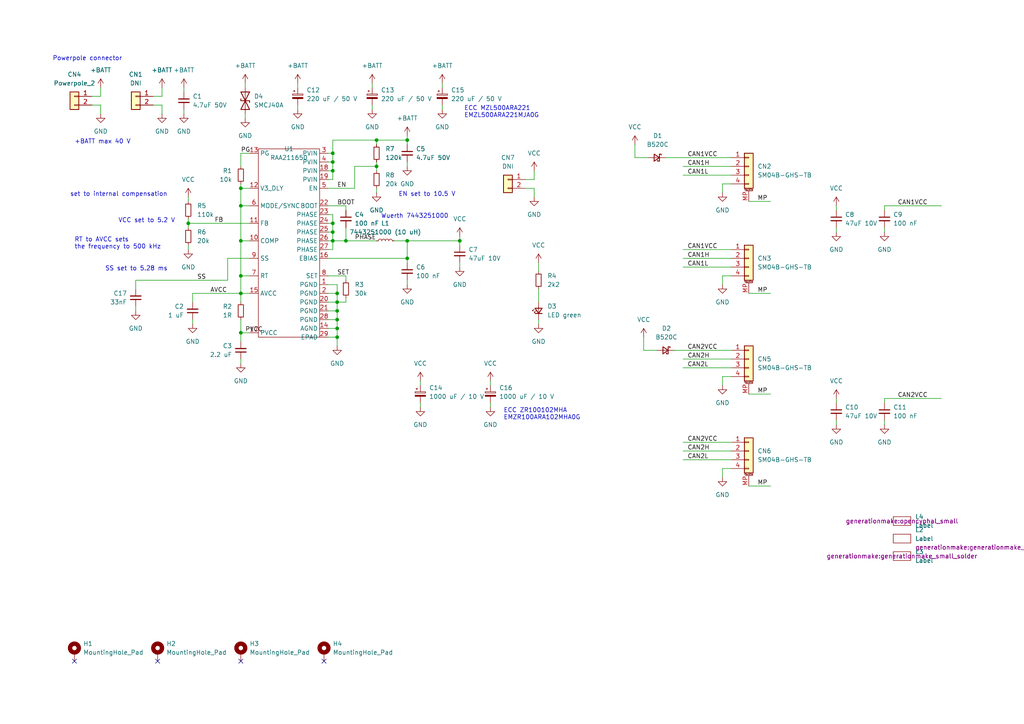
<source format=kicad_sch>
(kicad_sch (version 20211123) (generator eeschema)
  (paper "A4")
  (title_block (title "CAN-Power-Injector") (date "2023-05-01") (rev "0.1.1") (company "107-systems"))
  (lib_symbols
    (symbol "Connector_Generic:Conn_01x02" (pin_names (offset 1.016) hide)
      (property "Reference" "J" (at 0 2.54 0))
      (property "Value" "Conn_01x02" (at 0 -5.08 0))
      (symbol "Conn_01x02_1_1"
        (rectangle (start -1.27 -2.413) (end 0 -2.667) (stroke (width 0.1524)))
        (rectangle (start -1.27 0.127) (end 0 -0.127) (stroke (width 0.1524)))
        (rectangle (start -1.27 1.27) (end 1.27 -3.81) (stroke (width 0.254)) (fill (type background)))
        (pin passive line (at -5.08 0 0) (length 3.81) (name "Pin_1") (number "1"))
        (pin passive line (at -5.08 -2.54 0) (length 3.81) (name "Pin_2") (number "2"))
      )
    )
    (symbol "Connector_Generic_MountingPin:Conn_01x04_MountingPin" (pin_names (offset 1.016) hide)
      (property "Reference" "J" (at 0 5.08 0))
      (property "Value" "Conn_01x04_MountingPin" (at 1.27 -7.62 0))
      (symbol "Conn_01x04_MountingPin_1_1"
        (rectangle (start -1.27 -4.953) (end 0 -5.207) (stroke (width 0.1524)))
        (rectangle (start -1.27 -2.413) (end 0 -2.667) (stroke (width 0.1524)))
        (rectangle (start -1.27 0.127) (end 0 -0.127) (stroke (width 0.1524)))
        (rectangle (start -1.27 2.667) (end 0 2.413) (stroke (width 0.1524)))
        (rectangle (start -1.27 3.81) (end 1.27 -6.35) (stroke (width 0.254)) (fill (type background)))
        (polyline (pts (xy -1.016 -7.112) (xy 1.016 -7.112)) (stroke (width 0.1524)))
        (text "Mounting" (at 0 -6.731 0) (effects (font (size 0.381 0.381))))
        (pin passive line (at -5.08 2.54 0) (length 3.81) (name "Pin_1") (number "1"))
        (pin passive line (at -5.08 0 0) (length 3.81) (name "Pin_2") (number "2"))
        (pin passive line (at -5.08 -2.54 0) (length 3.81) (name "Pin_3") (number "3"))
        (pin passive line (at -5.08 -5.08 0) (length 3.81) (name "Pin_4") (number "4"))
        (pin passive line (at 0 -10.16 90) (length 3.048) (name "MountPin") (number "MP"))
      )
    )
    (symbol "Device:C_Polarized_Small" (pin_numbers hide) (pin_names (offset 0.254) hide)
      (property "Reference" "C" (at 0.254 1.778 0))
      (property "Value" "C_Polarized_Small" (at 0.254 -2.032 0))
      (symbol "C_Polarized_Small_0_1"
        (rectangle (start -1.524 -0.3048) (end 1.524 -0.6858) (fill (type outline)))
        (rectangle (start -1.524 0.6858) (end 1.524 0.3048))
        (polyline (pts (xy -1.27 1.524) (xy -0.762 1.524)))
        (polyline (pts (xy -1.016 1.27) (xy -1.016 1.778)))
      )
      (symbol "C_Polarized_Small_1_1"
        (pin passive line (at 0 2.54 270) (length 1.8542) (name "~") (number "1"))
        (pin passive line (at 0 -2.54 90) (length 1.8542) (name "~") (number "2"))
      )
    )
    (symbol "Device:C_Small" (pin_numbers hide) (pin_names (offset 0.254) hide)
      (property "Reference" "C" (at 0.254 1.778 0))
      (property "Value" "C_Small" (at 0.254 -2.032 0))
      (symbol "C_Small_0_1"
        (polyline (pts (xy -1.524 -0.508) (xy 1.524 -0.508)) (stroke (width 0.3302)))
        (polyline (pts (xy -1.524 0.508) (xy 1.524 0.508)) (stroke (width 0.3048)))
      )
      (symbol "C_Small_1_1"
        (pin passive line (at 0 2.54 270) (length 2.032) (name "~") (number "1"))
        (pin passive line (at 0 -2.54 90) (length 2.032) (name "~") (number "2"))
      )
    )
    (symbol "Device:D_Schottky_Small" (pin_numbers hide) (pin_names (offset 0.254) hide)
      (property "Reference" "D" (at -1.27 2.032 0))
      (property "Value" "D_Schottky_Small" (at -7.112 -2.032 0))
      (symbol "D_Schottky_Small_0_1"
        (polyline (pts (xy -0.762 0) (xy 0.762 0)))
        (polyline (pts (xy 0.762 -1.016) (xy -0.762 0) (xy 0.762 1.016) (xy 0.762 -1.016)) (stroke (width 0.254)))
        (polyline (pts (xy -1.27 0.762) (xy -1.27 1.016) (xy -0.762 1.016) (xy -0.762 -1.016) (xy -0.254 -1.016) (xy -0.254 -0.762)) (stroke (width 0.254)))
      )
      (symbol "D_Schottky_Small_1_1"
        (pin passive line (at -2.54 0 0) (length 1.778) (name "K") (number "1"))
        (pin passive line (at 2.54 0 180) (length 1.778) (name "A") (number "2"))
      )
    )
    (symbol "Device:D_TVS" (pin_numbers hide) (pin_names (offset 1.016) hide)
      (property "Reference" "D" (at 0 2.54 0))
      (property "Value" "D_TVS" (at 0 -2.54 0))
      (symbol "D_TVS_0_1"
        (polyline (pts (xy 1.27 0) (xy -1.27 0)))
        (polyline (pts (xy 0.508 1.27) (xy 0 1.27) (xy 0 -1.27) (xy -0.508 -1.27)) (stroke (width 0.254)))
        (polyline (pts (xy -2.54 1.27) (xy -2.54 -1.27) (xy 2.54 1.27) (xy 2.54 -1.27) (xy -2.54 1.27)) (stroke (width 0.254)))
      )
      (symbol "D_TVS_1_1"
        (pin passive line (at -3.81 0 0) (length 2.54) (name "A1") (number "1"))
        (pin passive line (at 3.81 0 180) (length 2.54) (name "A2") (number "2"))
      )
    )
    (symbol "Device:LED_Small" (pin_numbers hide) (pin_names (offset 0.254) hide)
      (property "Reference" "D" (at -1.27 3.175 0))
      (property "Value" "LED_Small" (at -4.445 -2.54 0))
      (symbol "LED_Small_0_1"
        (polyline (pts (xy -0.762 -1.016) (xy -0.762 1.016)) (stroke (width 0.254)))
        (polyline (pts (xy 1.016 0) (xy -0.762 0)))
        (polyline (pts (xy 0.762 -1.016) (xy -0.762 0) (xy 0.762 1.016) (xy 0.762 -1.016)) (stroke (width 0.254)))
        (polyline (pts (xy 0 0.762) (xy -0.508 1.27) (xy -0.254 1.27) (xy -0.508 1.27) (xy -0.508 1.016)))
        (polyline (pts (xy 0.508 1.27) (xy 0 1.778) (xy 0.254 1.778) (xy 0 1.778) (xy 0 1.524)))
      )
      (symbol "LED_Small_1_1"
        (pin passive line (at -2.54 0 0) (length 1.778) (name "K") (number "1"))
        (pin passive line (at 2.54 0 180) (length 1.778) (name "A") (number "2"))
      )
    )
    (symbol "Device:L_Small" (pin_numbers hide) (pin_names (offset 0.254) hide)
      (property "Reference" "L" (at 0.762 1.016 0))
      (property "Value" "L_Small" (at 0.762 -1.016 0))
      (symbol "L_Small_0_1"
        (arc (start 0 -2.032) (mid 0.508 -1.524) (end 0 -1.016))
        (arc (start 0 -1.016) (mid 0.508 -0.508) (end 0 0))
        (arc (start 0 0) (mid 0.508 0.508) (end 0 1.016))
        (arc (start 0 1.016) (mid 0.508 1.524) (end 0 2.032))
      )
      (symbol "L_Small_1_1"
        (pin passive line (at 0 2.54 270) (length 0.508) (name "~") (number "1"))
        (pin passive line (at 0 -2.54 90) (length 0.508) (name "~") (number "2"))
      )
    )
    (symbol "Device:R_Small" (pin_numbers hide) (pin_names (offset 0.254) hide)
      (property "Reference" "R" (at 0.762 0.508 0))
      (property "Value" "R_Small" (at 0.762 -1.016 0))
      (symbol "R_Small_0_1"
        (rectangle (start -0.762 1.778) (end 0.762 -1.778) (stroke (width 0.2032)))
      )
      (symbol "R_Small_1_1"
        (pin passive line (at 0 2.54 270) (length 0.762) (name "~") (number "1"))
        (pin passive line (at 0 -2.54 90) (length 0.762) (name "~") (number "2"))
      )
    )
    (symbol "Mechanical:MountingHole_Pad" (pin_numbers hide) (pin_names (offset 1.016) hide)
      (property "Reference" "H" (at 0 6.35 0))
      (property "Value" "MountingHole_Pad" (at 0 4.445 0))
      (symbol "MountingHole_Pad_0_1"
        (circle (center 0 1.27) (radius 1.27) (stroke (width 1.27)))
      )
      (symbol "MountingHole_Pad_1_1"
        (pin input line (at 0 -2.54 90) (length 2.54) (name "1") (number "1"))
      )
    )
    (symbol "generationmake:Label"
      (property "Reference" "L" (at 0 0 0))
      (property "Value" "Label" (at 0 0 0))
      (symbol "Label_0_1"
        (rectangle (start -2.54 1.27) (end 2.54 -1.27))
      )
    )
    (symbol "generationmake:RAA211650"
      (property "Reference" "U" (at 0 30.48 0))
      (property "Value" "RAA211650" (at 0 -26.67 0))
      (symbol "RAA211650_0_1"
        (rectangle (start -8.89 29.21) (end 8.89 -25.4))
      )
      (symbol "RAA211650_1_1"
        (pin input line (at 11.43 -10.16 180) (length 2.54) (name "PGND") (number "1"))
        (pin input line (at -11.43 2.54 0) (length 2.54) (name "COMP") (number "10"))
        (pin input line (at -11.43 7.62 0) (length 2.54) (name "FB") (number "11"))
        (pin input line (at -11.43 17.78 0) (length 2.54) (name "V3_DLY") (number "12"))
        (pin input line (at -11.43 27.94 0) (length 2.54) (name "PG") (number "13"))
        (pin input line (at 11.43 -22.86 180) (length 2.54) (name "AGND") (number "14"))
        (pin input line (at -11.43 -12.7 0) (length 2.54) (name "AVCC") (number "15"))
        (pin input line (at 11.43 -2.54 180) (length 2.54) (name "EBIAS") (number "16"))
        (pin input line (at -11.43 -24.13 0) (length 2.54) (name "PVCC") (number "17"))
        (pin input line (at 11.43 22.86 180) (length 2.54) (name "PVIN") (number "18"))
        (pin input line (at 11.43 20.32 180) (length 2.54) (name "PVIN") (number "19"))
        (pin input line (at 11.43 -12.7 180) (length 2.54) (name "PGND") (number "2"))
        (pin input line (at 11.43 -15.24 180) (length 2.54) (name "PGND") (number "20"))
        (pin input line (at 11.43 -17.78 180) (length 2.54) (name "PGND") (number "21"))
        (pin input line (at 11.43 12.7 180) (length 2.54) (name "BOOT") (number "22"))
        (pin input line (at 11.43 10.16 180) (length 2.54) (name "PHASE") (number "23"))
        (pin input line (at 11.43 7.62 180) (length 2.54) (name "PHASE") (number "24"))
        (pin input line (at 11.43 5.08 180) (length 2.54) (name "PHASE") (number "25"))
        (pin input line (at 11.43 2.54 180) (length 2.54) (name "PHASE") (number "26"))
        (pin input line (at 11.43 0 180) (length 2.54) (name "PHASE") (number "27"))
        (pin input line (at 11.43 -20.32 180) (length 2.54) (name "PGND") (number "28"))
        (pin input line (at 11.43 -25.4 180) (length 2.54) (name "EPAD") (number "29"))
        (pin input line (at 11.43 27.94 180) (length 2.54) (name "PVIN") (number "3"))
        (pin input line (at 11.43 25.4 180) (length 2.54) (name "PVIN") (number "4"))
        (pin input line (at 11.43 17.78 180) (length 2.54) (name "EN") (number "5"))
        (pin input line (at -11.43 12.7 0) (length 2.54) (name "MODE/SYNC") (number "6"))
        (pin input line (at -11.43 -7.62 0) (length 2.54) (name "RT") (number "7"))
        (pin input line (at 11.43 -7.62 180) (length 2.54) (name "SET") (number "8"))
        (pin input line (at -11.43 -2.54 0) (length 2.54) (name "SS") (number "9"))
      )
    )
    (symbol "power:+BATT" (power) (pin_names (offset 0))
      (property "Value" "+BATT" (at 0 3.556 0))
      (symbol "+BATT_0_1"
        (polyline (pts (xy -0.762 1.27) (xy 0 2.54)))
        (polyline (pts (xy 0 0) (xy 0 2.54)))
        (polyline (pts (xy 0 2.54) (xy 0.762 1.27)))
      )
      (symbol "+BATT_1_1"
        (pin power_in line (at 0 0 90) (length 0) hide (name "+BATT") (number "1"))
      )
    )
    (symbol "power:GND" (power) (pin_names (offset 0))
      (property "Value" "GND" (at 0 -3.81 0))
      (symbol "GND_0_1"
        (polyline (pts (xy 0 0) (xy 0 -1.27) (xy 1.27 -1.27) (xy 0 -2.54) (xy -1.27 -1.27) (xy 0 -1.27)))
      )
      (symbol "GND_1_1"
        (pin power_in line (at 0 0 270) (length 0) hide (name "GND") (number "1"))
      )
    )
    (symbol "power:VCC" (power) (pin_names (offset 0))
      (property "Value" "VCC" (at 0 3.81 0))
      (symbol "VCC_0_1"
        (polyline (pts (xy -0.762 1.27) (xy 0 2.54)))
        (polyline (pts (xy 0 0) (xy 0 2.54)))
        (polyline (pts (xy 0 2.54) (xy 0.762 1.27)))
      )
      (symbol "VCC_1_1"
        (pin power_in line (at 0 0 90) (length 0) hide (name "VCC") (number "1"))
      )
    )
  )
  (junction (at 96.52 49.53))
  (junction (at 69.85 80.01))
  (junction (at 118.11 40.64))
  (junction (at 97.79 90.17))
  (junction (at 118.11 69.85))
  (junction (at 109.22 40.64))
  (junction (at 100.33 69.85))
  (junction (at 96.52 44.45))
  (junction (at 96.52 64.77))
  (junction (at 97.79 87.63))
  (junction (at 96.52 67.31))
  (junction (at 133.35 69.85))
  (junction (at 97.79 95.25))
  (junction (at 69.85 59.69))
  (junction (at 118.11 74.93))
  (junction (at 97.79 85.09))
  (junction (at 97.79 92.71))
  (junction (at 97.79 97.79))
  (junction (at 96.52 46.99))
  (junction (at 69.85 69.85))
  (junction (at 54.61 64.77))
  (junction (at 109.22 48.26))
  (junction (at 69.85 54.61))
  (junction (at 69.85 85.09))
  (junction (at 69.85 96.52))
  (junction (at 96.52 69.85))
  (no_connect (at 93.98 191.77))
  (no_connect (at 45.72 191.77))
  (no_connect (at 21.59 191.77))
  (no_connect (at 69.85 191.77))
  (wire (pts (xy 95.25 74.93) (xy 118.11 74.93)))
  (wire (pts (xy 97.79 92.71) (xy 97.79 95.25)))
  (wire (pts (xy 217.17 58.42) (xy 223.52 58.42)))
  (wire (pts (xy 186.69 101.6) (xy 186.69 97.79)))
  (wire (pts (xy 242.57 121.92) (xy 242.57 123.19)))
  (wire (pts (xy 198.12 128.27) (xy 212.09 128.27)))
  (wire (pts (xy 154.94 54.61) (xy 154.94 57.15)))
  (wire (pts (xy 69.85 85.09) (xy 69.85 87.63)))
  (wire (pts (xy 133.35 76.2) (xy 133.35 77.47)))
  (wire (pts (xy 142.24 110.49) (xy 142.24 111.76)))
  (wire (pts (xy 96.52 62.23) (xy 96.52 64.77)))
  (wire (pts (xy 133.35 68.58) (xy 133.35 69.85)))
  (wire (pts (xy 96.52 40.64) (xy 109.22 40.64)))
  (wire (pts (xy 209.55 53.34) (xy 209.55 55.88)))
  (wire (pts (xy 44.45 27.94) (xy 46.99 27.94)))
  (wire (pts (xy 29.21 27.94) (xy 29.21 25.4)))
  (wire (pts (xy 109.22 54.61) (xy 109.22 55.88)))
  (wire (pts (xy 198.12 130.81) (xy 212.09 130.81)))
  (wire (pts (xy 66.04 74.93) (xy 66.04 81.28)))
  (wire (pts (xy 95.25 62.23) (xy 96.52 62.23)))
  (wire (pts (xy 100.33 66.04) (xy 100.33 69.85)))
  (wire (pts (xy 97.79 85.09) (xy 97.79 87.63)))
  (wire (pts (xy 256.54 59.69) (xy 256.54 60.96)))
  (wire (pts (xy 198.12 133.35) (xy 212.09 133.35)))
  (wire (pts (xy 217.17 114.3) (xy 223.52 114.3)))
  (wire (pts (xy 121.92 110.49) (xy 121.92 111.76)))
  (wire (pts (xy 198.12 106.68) (xy 212.09 106.68)))
  (wire (pts (xy 195.58 101.6) (xy 212.09 101.6)))
  (wire (pts (xy 46.99 27.94) (xy 46.99 25.4)))
  (wire (pts (xy 109.22 46.99) (xy 109.22 48.26)))
  (wire (pts (xy 256.54 115.57) (xy 256.54 116.84)))
  (wire (pts (xy 209.55 80.01) (xy 209.55 82.55)))
  (wire (pts (xy 95.25 54.61) (xy 102.87 54.61)))
  (wire (pts (xy 69.85 96.52) (xy 69.85 99.06)))
  (wire (pts (xy 212.09 80.01) (xy 209.55 80.01)))
  (wire (pts (xy 69.85 54.61) (xy 69.85 59.69)))
  (wire (pts (xy 133.35 69.85) (xy 133.35 71.12)))
  (wire (pts (xy 96.52 69.85) (xy 100.33 69.85)))
  (wire (pts (xy 55.88 87.63) (xy 55.88 85.09)))
  (wire (pts (xy 109.22 48.26) (xy 109.22 49.53)))
  (wire (pts (xy 95.25 44.45) (xy 96.52 44.45)))
  (wire (pts (xy 95.25 72.39) (xy 96.52 72.39)))
  (wire (pts (xy 118.11 40.64) (xy 118.11 41.91)))
  (wire (pts (xy 198.12 50.8) (xy 212.09 50.8)))
  (wire (pts (xy 69.85 44.45) (xy 69.85 48.26)))
  (wire (pts (xy 118.11 46.99) (xy 118.11 48.26)))
  (wire (pts (xy 69.85 54.61) (xy 72.39 54.61)))
  (wire (pts (xy 118.11 69.85) (xy 118.11 74.93)))
  (wire (pts (xy 95.25 95.25) (xy 97.79 95.25)))
  (wire (pts (xy 212.09 53.34) (xy 209.55 53.34)))
  (wire (pts (xy 97.79 97.79) (xy 97.79 100.33)))
  (wire (pts (xy 69.85 59.69) (xy 69.85 69.85)))
  (wire (pts (xy 97.79 87.63) (xy 97.79 90.17)))
  (wire (pts (xy 86.36 24.13) (xy 86.36 25.4)))
  (wire (pts (xy 95.25 90.17) (xy 97.79 90.17)))
  (wire (pts (xy 86.36 30.48) (xy 86.36 31.75)))
  (wire (pts (xy 95.25 87.63) (xy 97.79 87.63)))
  (wire (pts (xy 69.85 69.85) (xy 69.85 80.01)))
  (wire (pts (xy 209.55 109.22) (xy 209.55 111.76)))
  (wire (pts (xy 97.79 95.25) (xy 97.79 97.79)))
  (wire (pts (xy 54.61 57.15) (xy 54.61 58.42)))
  (wire (pts (xy 97.79 90.17) (xy 97.79 92.71)))
  (wire (pts (xy 256.54 66.04) (xy 256.54 67.31)))
  (wire (pts (xy 66.04 81.28) (xy 39.37 81.28)))
  (wire (pts (xy 242.57 59.69) (xy 242.57 60.96)))
  (wire (pts (xy 95.25 80.01) (xy 100.33 80.01)))
  (wire (pts (xy 142.24 116.84) (xy 142.24 118.11)))
  (wire (pts (xy 100.33 59.69) (xy 100.33 60.96)))
  (wire (pts (xy 193.04 45.72) (xy 212.09 45.72)))
  (wire (pts (xy 107.95 24.13) (xy 107.95 25.4)))
  (wire (pts (xy 187.96 45.72) (xy 184.15 45.72)))
  (wire (pts (xy 95.25 64.77) (xy 96.52 64.77)))
  (wire (pts (xy 198.12 104.14) (xy 212.09 104.14)))
  (wire (pts (xy 69.85 96.52) (xy 72.39 96.52)))
  (wire (pts (xy 114.3 69.85) (xy 118.11 69.85)))
  (wire (pts (xy 69.85 104.14) (xy 69.85 105.41)))
  (wire (pts (xy 217.17 140.97) (xy 223.52 140.97)))
  (wire (pts (xy 184.15 45.72) (xy 184.15 41.91)))
  (wire (pts (xy 256.54 59.69) (xy 273.05 59.69)))
  (wire (pts (xy 39.37 83.82) (xy 39.37 81.28)))
  (wire (pts (xy 69.85 85.09) (xy 72.39 85.09)))
  (wire (pts (xy 100.33 69.85) (xy 109.22 69.85)))
  (wire (pts (xy 256.54 121.92) (xy 256.54 123.19)))
  (wire (pts (xy 217.17 85.09) (xy 223.52 85.09)))
  (wire (pts (xy 242.57 66.04) (xy 242.57 67.31)))
  (wire (pts (xy 54.61 64.77) (xy 54.61 66.04)))
  (wire (pts (xy 69.85 80.01) (xy 72.39 80.01)))
  (wire (pts (xy 26.67 30.48) (xy 29.21 30.48)))
  (wire (pts (xy 96.52 64.77) (xy 96.52 67.31)))
  (wire (pts (xy 55.88 85.09) (xy 69.85 85.09)))
  (wire (pts (xy 96.52 46.99) (xy 96.52 49.53)))
  (wire (pts (xy 198.12 77.47) (xy 212.09 77.47)))
  (wire (pts (xy 46.99 30.48) (xy 46.99 33.02)))
  (wire (pts (xy 107.95 30.48) (xy 107.95 31.75)))
  (wire (pts (xy 100.33 80.01) (xy 100.33 81.28)))
  (wire (pts (xy 72.39 44.45) (xy 69.85 44.45)))
  (wire (pts (xy 118.11 81.28) (xy 118.11 82.55)))
  (wire (pts (xy 95.25 97.79) (xy 97.79 97.79)))
  (wire (pts (xy 69.85 92.71) (xy 69.85 96.52)))
  (wire (pts (xy 69.85 53.34) (xy 69.85 54.61)))
  (wire (pts (xy 95.25 59.69) (xy 100.33 59.69)))
  (wire (pts (xy 100.33 87.63) (xy 97.79 87.63)))
  (wire (pts (xy 69.85 80.01) (xy 69.85 85.09)))
  (wire (pts (xy 256.54 115.57) (xy 273.05 115.57)))
  (wire (pts (xy 118.11 74.93) (xy 118.11 76.2)))
  (wire (pts (xy 156.21 83.82) (xy 156.21 87.63)))
  (wire (pts (xy 69.85 59.69) (xy 72.39 59.69)))
  (wire (pts (xy 71.12 33.02) (xy 71.12 34.29)))
  (wire (pts (xy 242.57 115.57) (xy 242.57 116.84)))
  (wire (pts (xy 71.12 24.13) (xy 71.12 25.4)))
  (wire (pts (xy 54.61 63.5) (xy 54.61 64.77)))
  (wire (pts (xy 100.33 86.36) (xy 100.33 87.63)))
  (wire (pts (xy 95.25 67.31) (xy 96.52 67.31)))
  (wire (pts (xy 212.09 109.22) (xy 209.55 109.22)))
  (wire (pts (xy 198.12 72.39) (xy 212.09 72.39)))
  (wire (pts (xy 212.09 135.89) (xy 209.55 135.89)))
  (wire (pts (xy 118.11 69.85) (xy 133.35 69.85)))
  (wire (pts (xy 69.85 69.85) (xy 72.39 69.85)))
  (wire (pts (xy 54.61 64.77) (xy 72.39 64.77)))
  (wire (pts (xy 198.12 74.93) (xy 212.09 74.93)))
  (wire (pts (xy 72.39 74.93) (xy 66.04 74.93)))
  (wire (pts (xy 95.25 46.99) (xy 96.52 46.99)))
  (wire (pts (xy 152.4 52.07) (xy 154.94 52.07)))
  (wire (pts (xy 29.21 30.48) (xy 29.21 33.02)))
  (wire (pts (xy 95.25 92.71) (xy 97.79 92.71)))
  (wire (pts (xy 156.21 92.71) (xy 156.21 93.98)))
  (wire (pts (xy 96.52 52.07) (xy 96.52 49.53)))
  (wire (pts (xy 95.25 69.85) (xy 96.52 69.85)))
  (wire (pts (xy 54.61 71.12) (xy 54.61 72.39)))
  (wire (pts (xy 96.52 44.45) (xy 96.52 40.64)))
  (wire (pts (xy 96.52 67.31) (xy 96.52 69.85)))
  (wire (pts (xy 53.34 31.75) (xy 53.34 33.02)))
  (wire (pts (xy 118.11 39.37) (xy 118.11 40.64)))
  (wire (pts (xy 128.27 30.48) (xy 128.27 31.75)))
  (wire (pts (xy 109.22 40.64) (xy 109.22 41.91)))
  (wire (pts (xy 44.45 30.48) (xy 46.99 30.48)))
  (wire (pts (xy 26.67 27.94) (xy 29.21 27.94)))
  (wire (pts (xy 102.87 54.61) (xy 102.87 48.26)))
  (wire (pts (xy 95.25 49.53) (xy 96.52 49.53)))
  (wire (pts (xy 109.22 40.64) (xy 118.11 40.64)))
  (wire (pts (xy 209.55 135.89) (xy 209.55 138.43)))
  (wire (pts (xy 55.88 92.71) (xy 55.88 93.98)))
  (wire (pts (xy 102.87 48.26) (xy 109.22 48.26)))
  (wire (pts (xy 95.25 52.07) (xy 96.52 52.07)))
  (wire (pts (xy 96.52 69.85) (xy 96.52 72.39)))
  (wire (pts (xy 96.52 44.45) (xy 96.52 46.99)))
  (wire (pts (xy 39.37 88.9) (xy 39.37 90.17)))
  (wire (pts (xy 53.34 25.4) (xy 53.34 26.67)))
  (wire (pts (xy 121.92 116.84) (xy 121.92 118.11)))
  (wire (pts (xy 97.79 82.55) (xy 97.79 85.09)))
  (wire (pts (xy 198.12 48.26) (xy 212.09 48.26)))
  (wire (pts (xy 128.27 24.13) (xy 128.27 25.4)))
  (wire (pts (xy 156.21 76.2) (xy 156.21 78.74)))
  (wire (pts (xy 152.4 54.61) (xy 154.94 54.61)))
  (wire (pts (xy 190.5 101.6) (xy 186.69 101.6)))
  (wire (pts (xy 95.25 82.55) (xy 97.79 82.55)))
  (wire (pts (xy 154.94 52.07) (xy 154.94 49.53)))
  (wire (pts (xy 95.25 85.09) (xy 97.79 85.09)))
  (text "Wuerth 7443251000" (at 110.49 63.5 0) (effects (font (size 1.27 1.27)) (justify left bottom)))
  (text "EN set to 10.5 V" (at 115.57 57.15 0) (effects (font (size 1.27 1.27)) (justify left bottom)))
  (text "+BATT max 40 V" (at 21.59 41.91 0) (effects (font (size 1.27 1.27)) (justify left bottom)))
  (text "ECC ZR100102MHA\nEMZR100ARA102MHA0G" (at 146.05 121.92 0) (effects (font (size 1.27 1.27)) (justify left bottom)))
  (text "set to internal compensation" (at 20.32 57.15 0) (effects (font (size 1.27 1.27)) (justify left bottom)))
  (text "ECC MZL500ARA221\nEMZL500ARA221MJA0G" (at 134.62 34.29 0) (effects (font (size 1.27 1.27)) (justify left bottom)))
  (text "RT to AVCC sets \nthe frequency to 500 kHz" (at 21.59 72.39 0) (effects (font (size 1.27 1.27)) (justify left bottom)))
  (text "VCC set to 5.2 V" (at 34.29 64.77 0) (effects (font (size 1.27 1.27)) (justify left bottom)))
  (text "Powerpole connector" (at 15.24 17.78 0) (effects (font (size 1.27 1.27)) (justify left bottom)))
  (text "SS set to 5.28 ms" (at 30.48 78.74 0) (effects (font (size 1.27 1.27)) (justify left bottom)))
  (label "CAN1H" (at 199.39 74.93 0))
  (label "CAN1L" (at 199.39 77.47 0))
  (label "PVCC" (at 71.12 96.52 0))
  (label "CAN2VCC" (at 199.39 101.6 0))
  (label "CAN2L" (at 199.39 133.35 0))
  (label "FB" (at 62.23 64.77 0))
  (label "PHASE" (at 102.87 69.85 0))
  (label "SET" (at 97.79 80.01 0))
  (label "CAN1L" (at 199.39 50.8 0))
  (label "CAN2VCC" (at 199.39 128.27 0))
  (label "MP" (at 219.71 114.3 0))
  (label "MP" (at 219.71 140.97 0))
  (label "MP" (at 219.71 85.09 0))
  (label "CAN1VCC" (at 199.39 72.39 0))
  (label "CAN1H" (at 199.39 48.26 0))
  (label "EN" (at 97.79 54.61 0))
  (label "AVCC" (at 60.96 85.09 0))
  (label "PG" (at 69.85 44.45 0))
  (label "CAN2VCC" (at 260.35 115.57 0))
  (label "CAN2H" (at 199.39 130.81 0))
  (label "CAN2L" (at 199.39 106.68 0))
  (label "BOOT" (at 97.79 59.69 0))
  (label "SS" (at 57.15 81.28 0))
  (label "CAN1VCC" (at 199.39 45.72 0))
  (label "CAN2H" (at 199.39 104.14 0))
  (label "MP" (at 219.71 58.42 0))
  (label "CAN1VCC" (at 260.35 59.69 0))
  (symbol (lib_id "Device:C_Small") (at 55.88 90.17 0) (mirror x) (unit 1)
    (property "Reference" "C2" (at 53.34 88.8935 0) (effects (justify right)))
    (property "Value" "1 uF" (at 53.34 91.4335 0) (effects (justify right)))
    (property "Footprint" "Capacitor_SMD:C_0603_1608Metric" (effects hide))
  )
  (symbol (lib_id "generationmake:Label") (at 261.62 156.21 0) (unit 1) (in_bom no)
    (property "Reference" "L2" (at 265.43 153.6699 0) (effects (justify left)))
    (property "Value" "Label" (at 265.43 156.2099 0) (effects (justify left)))
    (property "Footprint" "generationmake:generationmake_logo" (at 265.43 158.7499 0) (effects (justify left)))
  )
  (symbol (lib_id "power:GND") (at 118.11 48.26 0) (unit 1)
    (property "Reference" "#PWR09" (effects hide))
    (property "Value" "GND" (at 118.11 53.34 0))
  )
  (symbol (lib_id "power:GND") (at 97.79 100.33 0) (unit 1)
    (property "Reference" "#PWR07" (effects hide))
    (property "Value" "GND" (at 97.79 105.41 0))
  )
  (symbol (lib_id "Device:C_Small") (at 118.11 44.45 0) (unit 1)
    (property "Reference" "C5" (at 120.65 43.1862 0) (effects (justify left)))
    (property "Value" "4.7uF 50V" (at 120.65 45.7262 0) (effects (justify left)))
    (property "Footprint" "Capacitor_SMD:C_1210_3225Metric" (effects hide))
  )
  (symbol (lib_id "Device:C_Small") (at 118.11 78.74 0) (unit 1)
    (property "Reference" "C6" (at 120.65 77.4762 0) (effects (justify left)))
    (property "Value" "100 nF" (at 120.65 80.0162 0) (effects (justify left)))
    (property "Footprint" "Capacitor_SMD:C_0603_1608Metric" (effects hide))
  )
  (symbol (lib_id "Device:C_Small") (at 39.37 86.36 0) (mirror x) (unit 1)
    (property "Reference" "C17" (at 36.83 85.0835 0) (effects (justify right)))
    (property "Value" "33nF" (at 36.83 87.6235 0) (effects (justify right)))
    (property "Footprint" "Capacitor_SMD:C_0603_1608Metric" (effects hide))
  )
  (symbol (lib_id "Connector_Generic_MountingPin:Conn_01x04_MountingPin") (at 217.17 48.26 0) (unit 1)
    (property "Reference" "CN2" (at 219.71 48.2599 0) (effects (justify left)))
    (property "Value" "SM04B-GHS-TB" (at 219.71 50.7999 0) (effects (justify left)))
    (property "Footprint" "Connector_JST:JST_GH_SM04B-GHS-TB_1x04-1MP_P1.25mm_Horizontal" (effects hide))
  )
  (symbol (lib_id "Mechanical:MountingHole_Pad") (at 21.59 189.23 0) (unit 1) (in_bom no)
    (property "Reference" "H1" (at 24.13 186.6899 0) (effects (justify left)))
    (property "Value" "MountingHole_Pad" (at 24.13 189.2299 0) (effects (justify left)))
    (property "Footprint" "MountingHole:MountingHole_3.2mm_M3_DIN965_Pad" (effects hide))
  )
  (symbol (lib_id "Device:C_Small") (at 69.85 101.6 0) (mirror x) (unit 1)
    (property "Reference" "C3" (at 67.31 100.3235 0) (effects (justify right)))
    (property "Value" "2.2 uF" (at 67.31 102.8635 0) (effects (justify right)))
    (property "Footprint" "Capacitor_SMD:C_0603_1608Metric" (effects hide))
  )
  (symbol (lib_id "power:VCC") (at 54.61 57.15 0) (unit 1)
    (property "Reference" "#PWR043" (effects hide))
    (property "Value" "VCC" (at 54.61 52.07 0))
  )
  (symbol (lib_id "Device:R_Small") (at 109.22 44.45 0) (unit 1)
    (property "Reference" "R7" (at 111.76 43.1799 0) (effects (justify left)))
    (property "Value" "120k" (at 111.76 45.7199 0) (effects (justify left)))
    (property "Footprint" "Resistor_SMD:R_0603_1608Metric" (effects hide))
  )
  (symbol (lib_id "power:VCC") (at 142.24 110.49 0) (unit 1)
    (property "Reference" "#PWR039" (effects hide))
    (property "Value" "VCC" (at 142.24 105.41 0))
  )
  (symbol (lib_id "Device:C_Polarized_Small") (at 107.95 27.94 0) (unit 1)
    (property "Reference" "C13" (at 110.49 26.1238 0) (effects (justify left)))
    (property "Value" "220 uF / 50 V" (at 110.49 28.6638 0) (effects (justify left)))
    (property "Footprint" "Capacitor_SMD:CP_Elec_10x10" (effects hide))
  )
  (symbol (lib_id "Device:LED_Small") (at 156.21 90.17 90) (unit 1)
    (property "Reference" "D3" (at 158.75 88.8364 90) (effects (justify right)))
    (property "Value" "LED green" (at 158.75 91.3764 90) (effects (justify right)))
    (property "Footprint" "LED_SMD:LED_0603_1608Metric" (effects hide))
  )
  (symbol (lib_id "power:VCC") (at 242.57 115.57 0) (unit 1)
    (property "Reference" "#PWR027" (effects hide))
    (property "Value" "VCC" (at 242.57 110.49 0))
  )
  (symbol (lib_id "Device:L_Small") (at 111.76 69.85 90) (unit 1)
    (property "Reference" "L1" (at 111.76 64.77 90))
    (property "Value" "7443251000 (10 uH)" (at 111.76 67.31 90))
    (property "Footprint" "Inductor_SMD:L_Wuerth_HCI-1050" (effects hide))
  )
  (symbol (lib_id "Device:D_Schottky_Small") (at 190.5 45.72 0) (mirror y) (unit 1)
    (property "Reference" "D1" (at 190.754 39.37 0))
    (property "Value" "B520C" (at 190.754 41.91 0))
    (property "Footprint" "Diode_SMD:D_SMC" (effects hide))
  )
  (symbol (lib_id "Device:C_Polarized_Small") (at 128.27 27.94 0) (unit 1)
    (property "Reference" "C15" (at 130.81 26.1238 0) (effects (justify left)))
    (property "Value" "220 uF / 50 V" (at 130.81 28.6638 0) (effects (justify left)))
    (property "Footprint" "Capacitor_SMD:CP_Elec_10x10" (effects hide))
  )
  (symbol (lib_id "Connector_Generic_MountingPin:Conn_01x04_MountingPin") (at 217.17 104.14 0) (unit 1)
    (property "Reference" "CN5" (at 219.71 104.1399 0) (effects (justify left)))
    (property "Value" "SM04B-GHS-TB" (at 219.71 106.6799 0) (effects (justify left)))
    (property "Footprint" "Connector_JST:JST_GH_SM04B-GHS-TB_1x04-1MP_P1.25mm_Horizontal" (effects hide))
  )
  (symbol (lib_id "power:+BATT") (at 86.36 24.13 0) (unit 1)
    (property "Reference" "#PWR031" (effects hide))
    (property "Value" "+BATT" (at 86.36 19.05 0))
  )
  (symbol (lib_id "Device:C_Small") (at 100.33 63.5 0) (unit 1)
    (property "Reference" "C4" (at 102.87 62.2362 0) (effects (justify left)))
    (property "Value" "100 nF" (at 102.87 64.7762 0) (effects (justify left)))
    (property "Footprint" "Capacitor_SMD:C_0603_1608Metric" (effects hide))
  )
  (symbol (lib_id "Device:R_Small") (at 109.22 52.07 0) (unit 1)
    (property "Reference" "R8" (at 111.76 50.7999 0) (effects (justify left)))
    (property "Value" "20k" (at 111.76 53.3399 0) (effects (justify left)))
    (property "Footprint" "Resistor_SMD:R_0603_1608Metric" (effects hide))
  )
  (symbol (lib_id "Device:C_Small") (at 256.54 63.5 0) (unit 1)
    (property "Reference" "C9" (at 259.08 62.2362 0) (effects (justify left)))
    (property "Value" "100 nF" (at 259.08 64.7762 0) (effects (justify left)))
    (property "Footprint" "Capacitor_SMD:C_0603_1608Metric" (effects hide))
  )
  (symbol (lib_id "power:VCC") (at 242.57 59.69 0) (unit 1)
    (property "Reference" "#PWR017" (effects hide))
    (property "Value" "VCC" (at 242.57 54.61 0))
  )
  (symbol (lib_id "power:GND") (at 109.22 55.88 0) (unit 1)
    (property "Reference" "#PWR045" (effects hide))
    (property "Value" "GND" (at 109.22 60.96 0))
  )
  (symbol (lib_id "power:+BATT") (at 107.95 24.13 0) (unit 1)
    (property "Reference" "#PWR033" (effects hide))
    (property "Value" "+BATT" (at 107.95 19.05 0))
  )
  (symbol (lib_id "Device:C_Small") (at 242.57 119.38 0) (unit 1)
    (property "Reference" "C10" (at 245.11 118.1162 0) (effects (justify left)))
    (property "Value" "47uF 10V" (at 245.11 120.6562 0) (effects (justify left)))
    (property "Footprint" "Capacitor_SMD:C_1210_3225Metric" (effects hide))
  )
  (symbol (lib_id "power:+BATT") (at 71.12 24.13 0) (unit 1)
    (property "Reference" "#PWR025" (effects hide))
    (property "Value" "+BATT" (at 71.12 19.05 0))
  )
  (symbol (lib_id "power:GND") (at 154.94 57.15 0) (unit 1)
    (property "Reference" "#PWR042" (effects hide))
    (property "Value" "GND" (at 154.94 62.23 0))
  )
  (symbol (lib_id "Device:C_Small") (at 133.35 73.66 0) (unit 1)
    (property "Reference" "C7" (at 135.89 72.3962 0) (effects (justify left)))
    (property "Value" "47uF 10V" (at 135.89 74.9362 0) (effects (justify left)))
    (property "Footprint" "Capacitor_SMD:C_1210_3225Metric" (effects hide))
  )
  (symbol (lib_id "Device:C_Small") (at 53.34 29.21 0) (unit 1)
    (property "Reference" "C1" (at 55.88 27.9462 0) (effects (justify left)))
    (property "Value" "4.7uF 50V" (at 55.88 30.4862 0) (effects (justify left)))
    (property "Footprint" "Capacitor_SMD:C_1210_3225Metric" (effects hide))
  )
  (symbol (lib_id "Connector_Generic_MountingPin:Conn_01x04_MountingPin") (at 217.17 130.81 0) (unit 1)
    (property "Reference" "CN6" (at 219.71 130.8099 0) (effects (justify left)))
    (property "Value" "SM04B-GHS-TB" (at 219.71 133.3499 0) (effects (justify left)))
    (property "Footprint" "Connector_JST:JST_GH_SM04B-GHS-TB_1x04-1MP_P1.25mm_Horizontal" (effects hide))
  )
  (symbol (lib_id "power:GND") (at 256.54 67.31 0) (unit 1)
    (property "Reference" "#PWR020" (effects hide))
    (property "Value" "GND" (at 256.54 72.39 0))
  )
  (symbol (lib_id "power:GND") (at 107.95 31.75 0) (unit 1)
    (property "Reference" "#PWR034" (effects hide))
    (property "Value" "GND" (at 107.95 36.83 0))
  )
  (symbol (lib_id "generationmake:RAA211650") (at 83.82 72.39 0) (unit 1)
    (property "Reference" "U1" (at 83.82 43.18 0))
    (property "Value" "RAA211650" (at 83.82 45.72 0))
    (property "Footprint" "Package_DFN_QFN:QFN-28-1EP_4x5mm_P0.5mm_EP2.65x3.65mm" (effects hide))
  )
  (symbol (lib_id "Mechanical:MountingHole_Pad") (at 93.98 189.23 0) (unit 1) (in_bom no)
    (property "Reference" "H4" (at 96.52 186.6899 0) (effects (justify left)))
    (property "Value" "MountingHole_Pad" (at 96.52 189.2299 0) (effects (justify left)))
    (property "Footprint" "MountingHole:MountingHole_3.2mm_M3_DIN965_Pad" (effects hide))
  )
  (symbol (lib_id "power:GND") (at 118.11 82.55 0) (unit 1)
    (property "Reference" "#PWR010" (effects hide))
    (property "Value" "GND" (at 118.11 87.63 0))
  )
  (symbol (lib_id "power:GND") (at 242.57 67.31 0) (unit 1)
    (property "Reference" "#PWR018" (effects hide))
    (property "Value" "GND" (at 242.57 72.39 0))
  )
  (symbol (lib_id "power:+BATT") (at 118.11 39.37 0) (unit 1)
    (property "Reference" "#PWR08" (effects hide))
    (property "Value" "+BATT" (at 118.11 34.29 0))
  )
  (symbol (lib_id "Device:R_Small") (at 54.61 68.58 0) (unit 1)
    (property "Reference" "R6" (at 57.15 67.3099 0) (effects (justify left)))
    (property "Value" "20k" (at 57.15 69.8499 0) (effects (justify left)))
    (property "Footprint" "Resistor_SMD:R_0603_1608Metric" (effects hide))
  )
  (symbol (lib_id "Device:D_Schottky_Small") (at 193.04 101.6 0) (mirror y) (unit 1)
    (property "Reference" "D2" (at 193.294 95.25 0))
    (property "Value" "B520C" (at 193.294 97.79 0))
    (property "Footprint" "Diode_SMD:D_SMC" (effects hide))
  )
  (symbol (lib_id "power:GND") (at 86.36 31.75 0) (unit 1)
    (property "Reference" "#PWR032" (effects hide))
    (property "Value" "GND" (at 86.36 36.83 0))
  )
  (symbol (lib_id "power:GND") (at 242.57 123.19 0) (unit 1)
    (property "Reference" "#PWR028" (effects hide))
    (property "Value" "GND" (at 242.57 128.27 0))
  )
  (symbol (lib_id "power:VCC") (at 186.69 97.79 0) (unit 1)
    (property "Reference" "#PWR015" (effects hide))
    (property "Value" "VCC" (at 186.69 92.71 0))
  )
  (symbol (lib_id "power:GND") (at 121.92 118.11 0) (unit 1)
    (property "Reference" "#PWR036" (effects hide))
    (property "Value" "GND" (at 121.92 123.19 0))
  )
  (symbol (lib_id "Device:C_Polarized_Small") (at 86.36 27.94 0) (unit 1)
    (property "Reference" "C12" (at 88.9 26.1238 0) (effects (justify left)))
    (property "Value" "220 uF / 50 V" (at 88.9 28.6638 0) (effects (justify left)))
    (property "Footprint" "Capacitor_SMD:CP_Elec_10x10" (effects hide))
  )
  (symbol (lib_id "power:GND") (at 39.37 90.17 0) (unit 1)
    (property "Reference" "#PWR0101" (effects hide))
    (property "Value" "GND" (at 39.37 95.25 0))
  )
  (symbol (lib_id "Device:C_Small") (at 256.54 119.38 0) (unit 1)
    (property "Reference" "C11" (at 259.08 118.1162 0) (effects (justify left)))
    (property "Value" "100 nF" (at 259.08 120.6562 0) (effects (justify left)))
    (property "Footprint" "Capacitor_SMD:C_0603_1608Metric" (effects hide))
  )
  (symbol (lib_id "Connector_Generic:Conn_01x02") (at 21.59 27.94 0) (mirror y) (unit 1)
    (property "Reference" "CN4" (at 21.59 21.59 0))
    (property "Value" "Powerpole_2" (at 21.59 24.13 0))
    (property "Footprint" "generationmake:POWERPOLE_hor_2" (effects hide))
  )
  (symbol (lib_id "power:GND") (at 55.88 93.98 0) (unit 1)
    (property "Reference" "#PWR05" (effects hide))
    (property "Value" "GND" (at 55.88 99.06 0))
  )
  (symbol (lib_id "power:VCC") (at 133.35 68.58 0) (unit 1)
    (property "Reference" "#PWR011" (effects hide))
    (property "Value" "VCC" (at 133.35 63.5 0))
  )
  (symbol (lib_id "power:GND") (at 209.55 111.76 0) (unit 1)
    (property "Reference" "#PWR024" (effects hide))
    (property "Value" "GND" (at 209.55 116.84 0))
  )
  (symbol (lib_id "Device:C_Small") (at 242.57 63.5 0) (unit 1)
    (property "Reference" "C8" (at 245.11 62.2362 0) (effects (justify left)))
    (property "Value" "47uF 10V" (at 245.11 64.7762 0) (effects (justify left)))
    (property "Footprint" "Capacitor_SMD:C_1210_3225Metric" (effects hide))
  )
  (symbol (lib_id "power:VCC") (at 156.21 76.2 0) (unit 1)
    (property "Reference" "#PWR019" (effects hide))
    (property "Value" "VCC" (at 156.21 71.12 0))
  )
  (symbol (lib_id "power:GND") (at 156.21 93.98 0) (unit 1)
    (property "Reference" "#PWR023" (effects hide))
    (property "Value" "GND" (at 156.21 99.06 0))
  )
  (symbol (lib_id "Device:R_Small") (at 69.85 50.8 0) (mirror x) (unit 1)
    (property "Reference" "R1" (at 67.31 49.5299 0) (effects (justify right)))
    (property "Value" "10k" (at 67.31 52.0699 0) (effects (justify right)))
    (property "Footprint" "Resistor_SMD:R_0603_1608Metric" (effects hide))
  )
  (symbol (lib_id "Device:D_TVS") (at 71.12 29.21 270) (unit 1)
    (property "Reference" "D4" (at 73.66 27.9399 90) (effects (justify left)))
    (property "Value" "SMCJ40A" (at 73.66 30.4799 90) (effects (justify left)))
    (property "Footprint" "Diode_SMD:D_SMC" (effects hide))
  )
  (symbol (lib_id "power:VCC") (at 154.94 49.53 0) (unit 1)
    (property "Reference" "#PWR041" (effects hide))
    (property "Value" "VCC" (at 154.94 44.45 0))
  )
  (symbol (lib_id "Mechanical:MountingHole_Pad") (at 69.85 189.23 0) (unit 1) (in_bom no)
    (property "Reference" "H3" (at 72.39 186.6899 0) (effects (justify left)))
    (property "Value" "MountingHole_Pad" (at 72.39 189.2299 0) (effects (justify left)))
    (property "Footprint" "MountingHole:MountingHole_3.2mm_M3_DIN965_Pad" (effects hide))
  )
  (symbol (lib_id "power:GND") (at 209.55 82.55 0) (unit 1)
    (property "Reference" "#PWR016" (effects hide))
    (property "Value" "GND" (at 209.55 87.63 0))
  )
  (symbol (lib_id "power:+BATT") (at 46.99 25.4 0) (unit 1)
    (property "Reference" "#PWR01" (effects hide))
    (property "Value" "+BATT" (at 46.99 20.32 0))
  )
  (symbol (lib_id "power:GND") (at 69.85 105.41 0) (unit 1)
    (property "Reference" "#PWR06" (effects hide))
    (property "Value" "GND" (at 69.85 110.49 0))
  )
  (symbol (lib_id "power:GND") (at 209.55 138.43 0) (unit 1)
    (property "Reference" "#PWR026" (effects hide))
    (property "Value" "GND" (at 209.55 143.51 0))
  )
  (symbol (lib_id "power:GND") (at 142.24 118.11 0) (unit 1)
    (property "Reference" "#PWR040" (effects hide))
    (property "Value" "GND" (at 142.24 123.19 0))
  )
  (symbol (lib_id "Connector_Generic:Conn_01x02") (at 147.32 52.07 0) (mirror y) (unit 1)
    (property "Reference" "CN7" (at 147.32 45.72 0))
    (property "Value" "DNI" (at 147.32 48.26 0))
    (property "Footprint" "Connector_PinHeader_2.54mm:PinHeader_1x02_P2.54mm_Vertical" (effects hide))
  )
  (symbol (lib_id "generationmake:Label") (at 261.62 151.13 0) (unit 1) (in_bom no)
    (property "Reference" "L4" (at 265.43 149.8599 0) (effects (justify left)))
    (property "Value" "Label" (at 265.43 152.3999 0) (effects (justify left)))
    (property "Footprint" "generationmake:opencyphal_small" (at 261.62 151.13 0))
  )
  (symbol (lib_id "power:VCC") (at 121.92 110.49 0) (unit 1)
    (property "Reference" "#PWR035" (effects hide))
    (property "Value" "VCC" (at 121.92 105.41 0))
  )
  (symbol (lib_id "power:GND") (at 133.35 77.47 0) (unit 1)
    (property "Reference" "#PWR012" (effects hide))
    (property "Value" "GND" (at 133.35 82.55 0))
  )
  (symbol (lib_id "power:GND") (at 54.61 72.39 0) (unit 1)
    (property "Reference" "#PWR044" (effects hide))
    (property "Value" "GND" (at 54.61 77.47 0))
  )
  (symbol (lib_id "Device:R_Small") (at 100.33 83.82 0) (unit 1)
    (property "Reference" "R3" (at 102.87 82.5499 0) (effects (justify left)))
    (property "Value" "30k" (at 102.87 85.0899 0) (effects (justify left)))
    (property "Footprint" "Resistor_SMD:R_0603_1608Metric" (effects hide))
  )
  (symbol (lib_id "power:GND") (at 256.54 123.19 0) (unit 1)
    (property "Reference" "#PWR030" (effects hide))
    (property "Value" "GND" (at 256.54 128.27 0))
  )
  (symbol (lib_id "Device:C_Polarized_Small") (at 121.92 114.3 0) (unit 1)
    (property "Reference" "C14" (at 124.46 112.4838 0) (effects (justify left)))
    (property "Value" "1000 uF / 10 V" (at 124.46 115.0238 0) (effects (justify left)))
    (property "Footprint" "Capacitor_SMD:CP_Elec_8x10" (effects hide))
  )
  (symbol (lib_id "generationmake:Label") (at 261.62 161.29 0) (unit 1) (in_bom no)
    (property "Reference" "L3" (at 265.43 160.0199 0) (effects (justify left)))
    (property "Value" "Label" (at 265.43 162.5599 0) (effects (justify left)))
    (property "Footprint" "generationmake:generationmake_small_solder" (at 261.62 161.29 0))
  )
  (symbol (lib_id "power:GND") (at 71.12 34.29 0) (unit 1)
    (property "Reference" "#PWR029" (effects hide))
    (property "Value" "GND" (at 71.12 39.37 0))
  )
  (symbol (lib_id "power:GND") (at 46.99 33.02 0) (unit 1)
    (property "Reference" "#PWR02" (effects hide))
    (property "Value" "GND" (at 46.99 38.1 0))
  )
  (symbol (lib_id "Device:R_Small") (at 69.85 90.17 0) (mirror x) (unit 1)
    (property "Reference" "R2" (at 67.31 88.8999 0) (effects (justify right)))
    (property "Value" "1R" (at 67.31 91.4399 0) (effects (justify right)))
    (property "Footprint" "Resistor_SMD:R_0603_1608Metric" (effects hide))
  )
  (symbol (lib_id "power:VCC") (at 184.15 41.91 0) (unit 1)
    (property "Reference" "#PWR013" (effects hide))
    (property "Value" "VCC" (at 184.15 36.83 0))
  )
  (symbol (lib_id "Device:R_Small") (at 156.21 81.28 0) (unit 1)
    (property "Reference" "R4" (at 158.75 80.0099 0) (effects (justify left)))
    (property "Value" "2k2" (at 158.75 82.5499 0) (effects (justify left)))
    (property "Footprint" "Resistor_SMD:R_0603_1608Metric" (effects hide))
  )
  (symbol (lib_id "power:+BATT") (at 53.34 25.4 0) (unit 1)
    (property "Reference" "#PWR03" (effects hide))
    (property "Value" "+BATT" (at 53.34 20.32 0))
  )
  (symbol (lib_id "Mechanical:MountingHole_Pad") (at 45.72 189.23 0) (unit 1) (in_bom no)
    (property "Reference" "H2" (at 48.26 186.6899 0) (effects (justify left)))
    (property "Value" "MountingHole_Pad" (at 48.26 189.2299 0) (effects (justify left)))
    (property "Footprint" "MountingHole:MountingHole_3.2mm_M3_DIN965_Pad" (effects hide))
  )
  (symbol (lib_id "power:GND") (at 209.55 55.88 0) (unit 1)
    (property "Reference" "#PWR014" (effects hide))
    (property "Value" "GND" (at 209.55 60.96 0))
  )
  (symbol (lib_id "power:GND") (at 53.34 33.02 0) (unit 1)
    (property "Reference" "#PWR04" (effects hide))
    (property "Value" "GND" (at 53.34 38.1 0))
  )
  (symbol (lib_id "Device:C_Polarized_Small") (at 142.24 114.3 0) (unit 1)
    (property "Reference" "C16" (at 144.78 112.4838 0) (effects (justify left)))
    (property "Value" "1000 uF / 10 V" (at 144.78 115.0238 0) (effects (justify left)))
    (property "Footprint" "Capacitor_SMD:CP_Elec_8x10" (effects hide))
  )
  (symbol (lib_id "power:+BATT") (at 29.21 25.4 0) (unit 1)
    (property "Reference" "#PWR021" (effects hide))
    (property "Value" "+BATT" (at 29.21 20.32 0))
  )
  (symbol (lib_id "power:GND") (at 128.27 31.75 0) (unit 1)
    (property "Reference" "#PWR038" (effects hide))
    (property "Value" "GND" (at 128.27 36.83 0))
  )
  (symbol (lib_id "power:GND") (at 29.21 33.02 0) (unit 1)
    (property "Reference" "#PWR022" (effects hide))
    (property "Value" "GND" (at 29.21 38.1 0))
  )
  (symbol (lib_id "Device:R_Small") (at 54.61 60.96 0) (unit 1)
    (property "Reference" "R5" (at 57.15 59.6899 0) (effects (justify left)))
    (property "Value" "110k" (at 57.15 62.2299 0) (effects (justify left)))
    (property "Footprint" "Resistor_SMD:R_0603_1608Metric" (effects hide))
  )
  (symbol (lib_id "Connector_Generic_MountingPin:Conn_01x04_MountingPin") (at 217.17 74.93 0) (unit 1)
    (property "Reference" "CN3" (at 219.71 74.9299 0) (effects (justify left)))
    (property "Value" "SM04B-GHS-TB" (at 219.71 77.4699 0) (effects (justify left)))
    (property "Footprint" "Connector_JST:JST_GH_SM04B-GHS-TB_1x04-1MP_P1.25mm_Horizontal" (effects hide))
  )
  (symbol (lib_id "power:+BATT") (at 128.27 24.13 0) (unit 1)
    (property "Reference" "#PWR037" (effects hide))
    (property "Value" "+BATT" (at 128.27 19.05 0))
  )
  (symbol (lib_id "Connector_Generic:Conn_01x02") (at 39.37 27.94 0) (mirror y) (unit 1)
    (property "Reference" "CN1" (at 39.37 21.59 0))
    (property "Value" "DNI" (at 39.37 24.13 0))
    (property "Footprint" "Connector_Phoenix_MC:PhoenixContact_MC_1,5_2-G-3.5_1x02_P3.50mm_Horizontal" (effects hide))
  )
)
</source>
